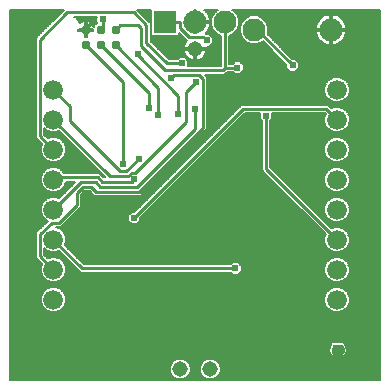
<source format=gbl>
G75*
G70*
%OFA0B0*%
%FSLAX24Y24*%
%IPPOS*%
%LPD*%
%AMOC8*
5,1,8,0,0,1.08239X$1,22.5*
%
%ADD10C,0.0660*%
%ADD11C,0.0515*%
%ADD12C,0.0310*%
%ADD13C,0.0000*%
%ADD14C,0.0001*%
%ADD15C,0.0768*%
%ADD16R,0.0760X0.0760*%
%ADD17C,0.0760*%
%ADD18C,0.0060*%
%ADD19C,0.0100*%
%ADD20C,0.0238*%
D10*
X001735Y004356D03*
X001735Y005356D03*
X001735Y006356D03*
X001735Y007356D03*
X001735Y008356D03*
X001735Y009356D03*
X001735Y010356D03*
X001735Y011356D03*
X011184Y011356D03*
X011184Y010356D03*
X011184Y009356D03*
X011184Y008356D03*
X011184Y007356D03*
X011184Y006356D03*
X011184Y005356D03*
X011184Y004356D03*
D11*
X006959Y002041D03*
X005959Y002041D03*
X006459Y012710D03*
D12*
X003808Y012856D03*
X003808Y013356D03*
X003308Y013356D03*
X003308Y012856D03*
X002808Y012856D03*
X002808Y013356D03*
D13*
X011077Y002858D02*
X011329Y002858D01*
X011361Y002858D01*
X011369Y002830D01*
X011380Y002803D01*
X011388Y002771D01*
X011400Y002744D01*
X011412Y002716D01*
X011420Y002689D01*
X011432Y002661D01*
X011420Y002637D01*
X011408Y002610D01*
X011396Y002586D01*
X011038Y002586D01*
X011030Y002610D01*
X011018Y002637D01*
X011006Y002661D01*
X011018Y002689D01*
X011026Y002716D01*
X011038Y002744D01*
X011046Y002771D01*
X011058Y002803D01*
X011069Y002830D01*
X011077Y002858D01*
D14*
X011361Y002858D01*
X011361Y002857D02*
X011077Y002857D01*
X011077Y002856D02*
X011361Y002856D01*
X011362Y002855D02*
X011076Y002855D01*
X011076Y002854D02*
X011362Y002854D01*
X011362Y002853D02*
X011076Y002853D01*
X011075Y002852D02*
X011362Y002852D01*
X011363Y002851D02*
X011075Y002851D01*
X011075Y002850D02*
X011363Y002850D01*
X011363Y002849D02*
X011075Y002849D01*
X011074Y002848D02*
X011364Y002848D01*
X011364Y002847D02*
X011074Y002847D01*
X011074Y002846D02*
X011364Y002846D01*
X011364Y002845D02*
X011073Y002845D01*
X011073Y002844D02*
X011365Y002844D01*
X011365Y002843D02*
X011073Y002843D01*
X011073Y002842D02*
X011365Y002842D01*
X011366Y002841D02*
X011072Y002841D01*
X011072Y002840D02*
X011366Y002840D01*
X011366Y002839D02*
X011072Y002839D01*
X011071Y002838D02*
X011366Y002838D01*
X011367Y002837D02*
X011071Y002837D01*
X011071Y002836D02*
X011367Y002836D01*
X011367Y002835D02*
X011071Y002835D01*
X011070Y002834D02*
X011368Y002834D01*
X011368Y002833D02*
X011070Y002833D01*
X011070Y002832D02*
X011368Y002832D01*
X011368Y002831D02*
X011069Y002831D01*
X011069Y002830D02*
X011369Y002830D01*
X011369Y002829D02*
X011069Y002829D01*
X011068Y002828D02*
X011370Y002828D01*
X011370Y002827D02*
X011068Y002827D01*
X011067Y002826D02*
X011371Y002826D01*
X011371Y002825D02*
X011067Y002825D01*
X011067Y002824D02*
X011371Y002824D01*
X011372Y002823D02*
X011066Y002823D01*
X011066Y002822D02*
X011372Y002822D01*
X011373Y002821D02*
X011065Y002821D01*
X011065Y002820D02*
X011373Y002820D01*
X011374Y002819D02*
X011064Y002819D01*
X011064Y002818D02*
X011374Y002818D01*
X011374Y002817D02*
X011064Y002817D01*
X011063Y002816D02*
X011375Y002816D01*
X011375Y002815D02*
X011063Y002815D01*
X011062Y002814D02*
X011376Y002814D01*
X011376Y002813D02*
X011062Y002813D01*
X011061Y002812D02*
X011377Y002812D01*
X011377Y002811D02*
X011061Y002811D01*
X011061Y002810D02*
X011377Y002810D01*
X011378Y002809D02*
X011060Y002809D01*
X011060Y002808D02*
X011378Y002808D01*
X011379Y002807D02*
X011059Y002807D01*
X011059Y002806D02*
X011379Y002806D01*
X011380Y002805D02*
X011058Y002805D01*
X011058Y002804D02*
X011380Y002804D01*
X011380Y002803D02*
X011058Y002803D01*
X011057Y002802D02*
X011381Y002802D01*
X011381Y002801D02*
X011057Y002801D01*
X011056Y002800D02*
X011381Y002800D01*
X011381Y002799D02*
X011056Y002799D01*
X011056Y002798D02*
X011382Y002798D01*
X011382Y002797D02*
X011055Y002797D01*
X011055Y002796D02*
X011382Y002796D01*
X011382Y002795D02*
X011055Y002795D01*
X011054Y002794D02*
X011383Y002794D01*
X011383Y002793D02*
X011054Y002793D01*
X011053Y002792D02*
X011383Y002792D01*
X011383Y002791D02*
X011053Y002791D01*
X011053Y002790D02*
X011384Y002790D01*
X011384Y002789D02*
X011052Y002789D01*
X011052Y002788D02*
X011384Y002788D01*
X011384Y002787D02*
X011052Y002787D01*
X011051Y002786D02*
X011385Y002786D01*
X011385Y002785D02*
X011051Y002785D01*
X011050Y002784D02*
X011385Y002784D01*
X011385Y002783D02*
X011050Y002783D01*
X011050Y002782D02*
X011386Y002782D01*
X011386Y002781D02*
X011049Y002781D01*
X011049Y002780D02*
X011386Y002780D01*
X011386Y002779D02*
X011049Y002779D01*
X011048Y002778D02*
X011387Y002778D01*
X011387Y002777D02*
X011048Y002777D01*
X011047Y002776D02*
X011387Y002776D01*
X011387Y002775D02*
X011047Y002775D01*
X011047Y002774D02*
X011388Y002774D01*
X011388Y002773D02*
X011046Y002773D01*
X011046Y002772D02*
X011388Y002772D01*
X011388Y002771D02*
X011046Y002771D01*
X011045Y002770D02*
X011389Y002770D01*
X011389Y002769D02*
X011045Y002769D01*
X011045Y002768D02*
X011390Y002768D01*
X011390Y002767D02*
X011044Y002767D01*
X011044Y002766D02*
X011391Y002766D01*
X011391Y002765D02*
X011044Y002765D01*
X011044Y002764D02*
X011391Y002764D01*
X011392Y002763D02*
X011043Y002763D01*
X011043Y002762D02*
X011392Y002762D01*
X011393Y002761D02*
X011043Y002761D01*
X011042Y002760D02*
X011393Y002760D01*
X011394Y002759D02*
X011042Y002759D01*
X011042Y002758D02*
X011394Y002758D01*
X011394Y002757D02*
X011042Y002757D01*
X011041Y002756D02*
X011395Y002756D01*
X011395Y002755D02*
X011041Y002755D01*
X011041Y002754D02*
X011396Y002754D01*
X011396Y002753D02*
X011040Y002753D01*
X011040Y002752D02*
X011397Y002752D01*
X011397Y002751D02*
X011040Y002751D01*
X011040Y002750D02*
X011397Y002750D01*
X011398Y002749D02*
X011039Y002749D01*
X011039Y002748D02*
X011398Y002748D01*
X011399Y002747D02*
X011039Y002747D01*
X011038Y002746D02*
X011399Y002746D01*
X011400Y002745D02*
X011038Y002745D01*
X011038Y002744D02*
X011400Y002744D01*
X011400Y002743D02*
X011037Y002743D01*
X011037Y002742D02*
X011401Y002742D01*
X011401Y002741D02*
X011037Y002741D01*
X011036Y002740D02*
X011402Y002740D01*
X011402Y002739D02*
X011036Y002739D01*
X011035Y002738D02*
X011403Y002738D01*
X011403Y002737D02*
X011035Y002737D01*
X011034Y002736D02*
X011403Y002736D01*
X011404Y002735D02*
X011034Y002735D01*
X011034Y002734D02*
X011404Y002734D01*
X011405Y002733D02*
X011033Y002733D01*
X011033Y002732D02*
X011405Y002732D01*
X011406Y002731D02*
X011032Y002731D01*
X011032Y002730D02*
X011406Y002730D01*
X011406Y002729D02*
X011031Y002729D01*
X011031Y002728D02*
X011407Y002728D01*
X011407Y002727D02*
X011031Y002727D01*
X011030Y002726D02*
X011408Y002726D01*
X011408Y002725D02*
X011030Y002725D01*
X011029Y002724D02*
X011409Y002724D01*
X011409Y002723D02*
X011029Y002723D01*
X011029Y002722D02*
X011409Y002722D01*
X011410Y002721D02*
X011028Y002721D01*
X011028Y002720D02*
X011410Y002720D01*
X011411Y002719D02*
X011027Y002719D01*
X011027Y002718D02*
X011411Y002718D01*
X011412Y002717D02*
X011026Y002717D01*
X011026Y002716D02*
X011412Y002716D01*
X011412Y002715D02*
X011026Y002715D01*
X011025Y002714D02*
X011413Y002714D01*
X011413Y002713D02*
X011025Y002713D01*
X011025Y002712D02*
X011413Y002712D01*
X011413Y002711D02*
X011025Y002711D01*
X011024Y002710D02*
X011414Y002710D01*
X011414Y002709D02*
X011024Y002709D01*
X011024Y002708D02*
X011414Y002708D01*
X011415Y002707D02*
X011023Y002707D01*
X011023Y002706D02*
X011415Y002706D01*
X011415Y002705D02*
X011023Y002705D01*
X011023Y002704D02*
X011415Y002704D01*
X011416Y002703D02*
X011022Y002703D01*
X011022Y002702D02*
X011416Y002702D01*
X011416Y002701D02*
X011022Y002701D01*
X011021Y002700D02*
X011417Y002700D01*
X011417Y002699D02*
X011021Y002699D01*
X011021Y002698D02*
X011417Y002698D01*
X011417Y002697D02*
X011021Y002697D01*
X011020Y002696D02*
X011418Y002696D01*
X011418Y002695D02*
X011020Y002695D01*
X011020Y002694D02*
X011418Y002694D01*
X011419Y002693D02*
X011019Y002693D01*
X011019Y002692D02*
X011419Y002692D01*
X011419Y002691D02*
X011019Y002691D01*
X011019Y002690D02*
X011419Y002690D01*
X011420Y002689D02*
X011018Y002689D01*
X011018Y002688D02*
X011420Y002688D01*
X011421Y002687D02*
X011017Y002687D01*
X011017Y002686D02*
X011421Y002686D01*
X011421Y002685D02*
X011017Y002685D01*
X011016Y002684D02*
X011422Y002684D01*
X011422Y002683D02*
X011016Y002683D01*
X011015Y002682D02*
X011423Y002682D01*
X011423Y002681D02*
X011015Y002681D01*
X011014Y002680D02*
X011424Y002680D01*
X011424Y002679D02*
X011014Y002679D01*
X011014Y002678D02*
X011424Y002678D01*
X011425Y002677D02*
X011013Y002677D01*
X011013Y002676D02*
X011425Y002676D01*
X011426Y002675D02*
X011012Y002675D01*
X011012Y002674D02*
X011426Y002674D01*
X011427Y002673D02*
X011011Y002673D01*
X011011Y002672D02*
X011427Y002672D01*
X011427Y002671D02*
X011011Y002671D01*
X011010Y002670D02*
X011428Y002670D01*
X011428Y002669D02*
X011010Y002669D01*
X011009Y002668D02*
X011429Y002668D01*
X011429Y002667D02*
X011009Y002667D01*
X011008Y002666D02*
X011430Y002666D01*
X011430Y002665D02*
X011008Y002665D01*
X011008Y002664D02*
X011430Y002664D01*
X011431Y002663D02*
X011007Y002663D01*
X011007Y002662D02*
X011431Y002662D01*
X011432Y002661D02*
X011006Y002661D01*
X011007Y002660D02*
X011431Y002660D01*
X011431Y002659D02*
X011007Y002659D01*
X011008Y002658D02*
X011430Y002658D01*
X011430Y002657D02*
X011008Y002657D01*
X011009Y002656D02*
X011429Y002656D01*
X011429Y002655D02*
X011009Y002655D01*
X011010Y002654D02*
X011428Y002654D01*
X011428Y002653D02*
X011010Y002653D01*
X011011Y002652D02*
X011427Y002652D01*
X011427Y002651D02*
X011011Y002651D01*
X011012Y002650D02*
X011426Y002650D01*
X011426Y002649D02*
X011012Y002649D01*
X011013Y002648D02*
X011425Y002648D01*
X011425Y002647D02*
X011013Y002647D01*
X011014Y002646D02*
X011424Y002646D01*
X011424Y002645D02*
X011014Y002645D01*
X011015Y002644D02*
X011423Y002644D01*
X011423Y002643D02*
X011015Y002643D01*
X011016Y002642D02*
X011422Y002642D01*
X011422Y002641D02*
X011016Y002641D01*
X011017Y002640D02*
X011421Y002640D01*
X011421Y002639D02*
X011017Y002639D01*
X011018Y002638D02*
X011420Y002638D01*
X011420Y002637D02*
X011018Y002637D01*
X011019Y002636D02*
X011419Y002636D01*
X011419Y002635D02*
X011019Y002635D01*
X011020Y002634D02*
X011418Y002634D01*
X011418Y002633D02*
X011020Y002633D01*
X011021Y002632D02*
X011417Y002632D01*
X011417Y002631D02*
X011021Y002631D01*
X011021Y002630D02*
X011417Y002630D01*
X011416Y002629D02*
X011022Y002629D01*
X011022Y002628D02*
X011416Y002628D01*
X011415Y002627D02*
X011023Y002627D01*
X011023Y002626D02*
X011415Y002626D01*
X011414Y002625D02*
X011024Y002625D01*
X011024Y002624D02*
X011414Y002624D01*
X011414Y002623D02*
X011024Y002623D01*
X011025Y002622D02*
X011413Y002622D01*
X011413Y002621D02*
X011025Y002621D01*
X011026Y002620D02*
X011412Y002620D01*
X011412Y002619D02*
X011026Y002619D01*
X011027Y002618D02*
X011411Y002618D01*
X011411Y002617D02*
X011027Y002617D01*
X011027Y002616D02*
X011411Y002616D01*
X011410Y002615D02*
X011028Y002615D01*
X011028Y002614D02*
X011410Y002614D01*
X011409Y002613D02*
X011029Y002613D01*
X011029Y002612D02*
X011409Y002612D01*
X011408Y002611D02*
X011030Y002611D01*
X011030Y002610D02*
X011408Y002610D01*
X011408Y002609D02*
X011030Y002609D01*
X011031Y002608D02*
X011407Y002608D01*
X011407Y002607D02*
X011031Y002607D01*
X011031Y002606D02*
X011406Y002606D01*
X011406Y002605D02*
X011032Y002605D01*
X011032Y002604D02*
X011405Y002604D01*
X011405Y002603D02*
X011032Y002603D01*
X011033Y002602D02*
X011404Y002602D01*
X011404Y002601D02*
X011033Y002601D01*
X011033Y002600D02*
X011403Y002600D01*
X011403Y002599D02*
X011034Y002599D01*
X011034Y002598D02*
X011402Y002598D01*
X011402Y002597D02*
X011034Y002597D01*
X011035Y002596D02*
X011401Y002596D01*
X011401Y002595D02*
X011035Y002595D01*
X011035Y002594D02*
X011400Y002594D01*
X011400Y002593D02*
X011036Y002593D01*
X011036Y002592D02*
X011399Y002592D01*
X011399Y002591D02*
X011036Y002591D01*
X011037Y002590D02*
X011398Y002590D01*
X011398Y002589D02*
X011037Y002589D01*
X011037Y002588D02*
X011397Y002588D01*
X011397Y002587D02*
X011038Y002587D01*
D15*
X010989Y013356D03*
X008430Y013356D03*
D16*
X005459Y013606D03*
D17*
X006459Y013606D03*
X007459Y013606D03*
D18*
X000294Y014021D02*
X000294Y001683D01*
X012632Y001683D01*
X012632Y014021D01*
X007685Y014021D01*
X007725Y014004D01*
X007858Y013872D01*
X007929Y013699D01*
X007929Y013512D01*
X007858Y013340D01*
X007725Y013207D01*
X007599Y013155D01*
X007599Y012226D01*
X007706Y012226D01*
X007775Y012295D01*
X007949Y012295D01*
X008071Y012173D01*
X008071Y012000D01*
X007949Y011877D01*
X007775Y011877D01*
X007706Y011946D01*
X007517Y011946D01*
X007429Y011858D01*
X006772Y011858D01*
X006782Y011847D01*
X006864Y011765D01*
X006864Y010028D01*
X004730Y007894D01*
X004648Y007812D01*
X003091Y007812D01*
X002941Y007962D01*
X002765Y007962D01*
X002646Y007843D01*
X002646Y007442D01*
X002062Y006858D01*
X001980Y006776D01*
X001818Y006776D01*
X001973Y006712D01*
X002091Y006594D01*
X002155Y006439D01*
X002155Y006272D01*
X002114Y006174D01*
X002754Y005534D01*
X007643Y005534D01*
X007713Y005604D01*
X007886Y005604D01*
X008008Y005481D01*
X008008Y005308D01*
X007886Y005185D01*
X007713Y005185D01*
X007643Y005254D01*
X002638Y005254D01*
X001916Y005976D01*
X001818Y005936D01*
X001651Y005936D01*
X001497Y006000D01*
X001433Y006063D01*
X001433Y005855D01*
X001553Y005735D01*
X001651Y005776D01*
X001818Y005776D01*
X001973Y005712D01*
X002091Y005594D01*
X002155Y005439D01*
X002155Y005272D01*
X002091Y005118D01*
X001973Y005000D01*
X001818Y004936D01*
X001651Y004936D01*
X001497Y005000D01*
X001379Y005118D01*
X001315Y005272D01*
X001315Y005439D01*
X001355Y005537D01*
X001153Y005739D01*
X001153Y006595D01*
X001235Y006677D01*
X001540Y006982D01*
X001497Y007000D01*
X001379Y007118D01*
X001315Y007272D01*
X001315Y007439D01*
X001379Y007594D01*
X001497Y007712D01*
X001651Y007776D01*
X001818Y007776D01*
X001916Y007735D01*
X002467Y008287D01*
X002155Y008287D01*
X002155Y008272D01*
X002091Y008118D01*
X001973Y008000D01*
X001818Y007936D01*
X001651Y007936D01*
X001497Y008000D01*
X001379Y008118D01*
X001315Y008272D01*
X001315Y008439D01*
X001379Y008594D01*
X001497Y008712D01*
X001651Y008776D01*
X001818Y008776D01*
X001973Y008712D01*
X002091Y008594D01*
X002102Y008567D01*
X003265Y008567D01*
X003347Y008485D01*
X003404Y008427D01*
X003465Y008427D01*
X001916Y009976D01*
X001818Y009936D01*
X001651Y009936D01*
X001497Y010000D01*
X001435Y010062D01*
X001435Y009854D01*
X001553Y009735D01*
X001651Y009776D01*
X001818Y009776D01*
X001973Y009712D01*
X002091Y009594D01*
X002155Y009439D01*
X002155Y009272D01*
X002091Y009118D01*
X001973Y009000D01*
X001818Y008936D01*
X001651Y008936D01*
X001497Y009000D01*
X001379Y009118D01*
X001315Y009272D01*
X001315Y009439D01*
X001355Y009537D01*
X001155Y009738D01*
X001155Y012933D01*
X001154Y012963D01*
X001152Y012965D01*
X001152Y013021D01*
X001150Y013077D01*
X001152Y013079D01*
X001152Y013081D01*
X001191Y013121D01*
X001229Y013161D01*
X001232Y013161D01*
X002092Y014021D01*
X000294Y014021D01*
X000294Y014008D02*
X002079Y014008D01*
X002020Y013949D02*
X000294Y013949D01*
X000294Y013891D02*
X001962Y013891D01*
X001903Y013832D02*
X000294Y013832D01*
X000294Y013774D02*
X001845Y013774D01*
X001786Y013715D02*
X000294Y013715D01*
X000294Y013657D02*
X001728Y013657D01*
X001669Y013598D02*
X000294Y013598D01*
X000294Y013540D02*
X001611Y013540D01*
X001552Y013481D02*
X000294Y013481D01*
X000294Y013423D02*
X001494Y013423D01*
X001435Y013364D02*
X000294Y013364D01*
X000294Y013306D02*
X001377Y013306D01*
X001318Y013247D02*
X000294Y013247D01*
X000294Y013189D02*
X001260Y013189D01*
X001200Y013130D02*
X000294Y013130D01*
X000294Y013072D02*
X001150Y013072D01*
X001152Y013013D02*
X000294Y013013D01*
X000294Y012955D02*
X001154Y012955D01*
X001155Y012896D02*
X000294Y012896D01*
X000294Y012838D02*
X001155Y012838D01*
X001155Y012779D02*
X000294Y012779D01*
X000294Y012721D02*
X001155Y012721D01*
X001155Y012662D02*
X000294Y012662D01*
X000294Y012604D02*
X001155Y012604D01*
X001155Y012545D02*
X000294Y012545D01*
X000294Y012487D02*
X001155Y012487D01*
X001155Y012428D02*
X000294Y012428D01*
X000294Y012370D02*
X001155Y012370D01*
X001155Y012311D02*
X000294Y012311D01*
X000294Y012253D02*
X001155Y012253D01*
X001155Y012194D02*
X000294Y012194D01*
X000294Y012136D02*
X001155Y012136D01*
X001155Y012077D02*
X000294Y012077D01*
X000294Y012019D02*
X001155Y012019D01*
X001155Y011960D02*
X000294Y011960D01*
X000294Y011902D02*
X001155Y011902D01*
X001155Y011843D02*
X000294Y011843D01*
X000294Y011785D02*
X001155Y011785D01*
X001155Y011726D02*
X000294Y011726D01*
X000294Y011668D02*
X001155Y011668D01*
X001155Y011609D02*
X000294Y011609D01*
X000294Y011551D02*
X001155Y011551D01*
X001155Y011492D02*
X000294Y011492D01*
X000294Y011434D02*
X001155Y011434D01*
X001155Y011375D02*
X000294Y011375D01*
X000294Y011317D02*
X001155Y011317D01*
X001155Y011258D02*
X000294Y011258D01*
X000294Y011200D02*
X001155Y011200D01*
X001155Y011141D02*
X000294Y011141D01*
X000294Y011083D02*
X001155Y011083D01*
X001155Y011024D02*
X000294Y011024D01*
X000294Y010966D02*
X001155Y010966D01*
X001155Y010907D02*
X000294Y010907D01*
X000294Y010849D02*
X001155Y010849D01*
X001155Y010790D02*
X000294Y010790D01*
X000294Y010732D02*
X001155Y010732D01*
X001155Y010673D02*
X000294Y010673D01*
X000294Y010615D02*
X001155Y010615D01*
X001155Y010556D02*
X000294Y010556D01*
X000294Y010498D02*
X001155Y010498D01*
X001155Y010439D02*
X000294Y010439D01*
X000294Y010381D02*
X001155Y010381D01*
X001155Y010322D02*
X000294Y010322D01*
X000294Y010264D02*
X001155Y010264D01*
X001155Y010205D02*
X000294Y010205D01*
X000294Y010147D02*
X001155Y010147D01*
X001155Y010088D02*
X000294Y010088D01*
X000294Y010030D02*
X001155Y010030D01*
X001155Y009971D02*
X000294Y009971D01*
X000294Y009913D02*
X001155Y009913D01*
X001155Y009854D02*
X000294Y009854D01*
X000294Y009796D02*
X001155Y009796D01*
X001155Y009737D02*
X000294Y009737D01*
X000294Y009679D02*
X001214Y009679D01*
X001272Y009620D02*
X000294Y009620D01*
X000294Y009562D02*
X001331Y009562D01*
X001341Y009503D02*
X000294Y009503D01*
X000294Y009445D02*
X001317Y009445D01*
X001315Y009386D02*
X000294Y009386D01*
X000294Y009328D02*
X001315Y009328D01*
X001316Y009269D02*
X000294Y009269D01*
X000294Y009211D02*
X001340Y009211D01*
X001364Y009152D02*
X000294Y009152D01*
X000294Y009094D02*
X001403Y009094D01*
X001461Y009035D02*
X000294Y009035D01*
X000294Y008977D02*
X001552Y008977D01*
X001572Y008743D02*
X000294Y008743D01*
X000294Y008801D02*
X003091Y008801D01*
X003150Y008743D02*
X001898Y008743D01*
X002000Y008684D02*
X003208Y008684D01*
X003267Y008626D02*
X002059Y008626D01*
X002102Y008567D02*
X003325Y008567D01*
X003322Y008509D02*
X003384Y008509D01*
X003381Y008450D02*
X003442Y008450D01*
X003033Y008860D02*
X000294Y008860D01*
X000294Y008918D02*
X002974Y008918D01*
X002916Y008977D02*
X001917Y008977D01*
X002008Y009035D02*
X002857Y009035D01*
X002799Y009094D02*
X002067Y009094D01*
X002105Y009152D02*
X002740Y009152D01*
X002682Y009211D02*
X002129Y009211D01*
X002154Y009269D02*
X002623Y009269D01*
X002565Y009328D02*
X002155Y009328D01*
X002155Y009386D02*
X002506Y009386D01*
X002448Y009445D02*
X002152Y009445D01*
X002128Y009503D02*
X002389Y009503D01*
X002331Y009562D02*
X002104Y009562D01*
X002064Y009620D02*
X002272Y009620D01*
X002214Y009679D02*
X002006Y009679D01*
X001911Y009737D02*
X002155Y009737D01*
X002097Y009796D02*
X001493Y009796D01*
X001551Y009737D02*
X001558Y009737D01*
X001435Y009854D02*
X002038Y009854D01*
X001980Y009913D02*
X001435Y009913D01*
X001435Y009971D02*
X001565Y009971D01*
X001467Y010030D02*
X001435Y010030D01*
X001904Y009971D02*
X001921Y009971D01*
X001469Y008684D02*
X000294Y008684D01*
X000294Y008626D02*
X001411Y008626D01*
X001368Y008567D02*
X000294Y008567D01*
X000294Y008509D02*
X001344Y008509D01*
X001319Y008450D02*
X000294Y008450D01*
X000294Y008392D02*
X001315Y008392D01*
X001315Y008333D02*
X000294Y008333D01*
X000294Y008275D02*
X001315Y008275D01*
X001338Y008216D02*
X000294Y008216D01*
X000294Y008158D02*
X001362Y008158D01*
X001397Y008099D02*
X000294Y008099D01*
X000294Y008041D02*
X001456Y008041D01*
X001539Y007982D02*
X000294Y007982D01*
X000294Y007924D02*
X002105Y007924D01*
X002163Y007982D02*
X001931Y007982D01*
X002014Y008041D02*
X002222Y008041D01*
X002280Y008099D02*
X002072Y008099D01*
X002107Y008158D02*
X002339Y008158D01*
X002397Y008216D02*
X002132Y008216D01*
X002155Y008275D02*
X002456Y008275D01*
X002727Y007924D02*
X002979Y007924D01*
X003037Y007865D02*
X002669Y007865D01*
X002646Y007807D02*
X004957Y007807D01*
X005016Y007865D02*
X004701Y007865D01*
X004760Y007924D02*
X005074Y007924D01*
X005133Y007982D02*
X004818Y007982D01*
X004877Y008041D02*
X005191Y008041D01*
X005250Y008099D02*
X004935Y008099D01*
X004994Y008158D02*
X005308Y008158D01*
X005367Y008216D02*
X005052Y008216D01*
X005111Y008275D02*
X005425Y008275D01*
X005484Y008333D02*
X005169Y008333D01*
X005228Y008392D02*
X005542Y008392D01*
X005601Y008450D02*
X005286Y008450D01*
X005345Y008509D02*
X005659Y008509D01*
X005718Y008567D02*
X005403Y008567D01*
X005462Y008626D02*
X005776Y008626D01*
X005835Y008684D02*
X005520Y008684D01*
X005579Y008743D02*
X005893Y008743D01*
X005952Y008801D02*
X005637Y008801D01*
X005696Y008860D02*
X006010Y008860D01*
X006069Y008918D02*
X005754Y008918D01*
X005813Y008977D02*
X006127Y008977D01*
X006186Y009035D02*
X005871Y009035D01*
X005930Y009094D02*
X006244Y009094D01*
X006303Y009152D02*
X005988Y009152D01*
X006047Y009211D02*
X006361Y009211D01*
X006420Y009269D02*
X006105Y009269D01*
X006164Y009328D02*
X006478Y009328D01*
X006537Y009386D02*
X006222Y009386D01*
X006281Y009445D02*
X006595Y009445D01*
X006654Y009503D02*
X006339Y009503D01*
X006398Y009562D02*
X006712Y009562D01*
X006771Y009620D02*
X006456Y009620D01*
X006515Y009679D02*
X006829Y009679D01*
X006888Y009737D02*
X006573Y009737D01*
X006632Y009796D02*
X006946Y009796D01*
X007005Y009854D02*
X006690Y009854D01*
X006749Y009913D02*
X007063Y009913D01*
X007122Y009971D02*
X006807Y009971D01*
X006864Y010030D02*
X007180Y010030D01*
X007239Y010088D02*
X006864Y010088D01*
X006864Y010147D02*
X007297Y010147D01*
X007356Y010205D02*
X006864Y010205D01*
X006864Y010264D02*
X007414Y010264D01*
X007473Y010322D02*
X006864Y010322D01*
X006864Y010381D02*
X007531Y010381D01*
X007590Y010439D02*
X006864Y010439D01*
X006864Y010498D02*
X007648Y010498D01*
X007707Y010556D02*
X006864Y010556D01*
X006864Y010615D02*
X007765Y010615D01*
X007824Y010673D02*
X006864Y010673D01*
X006864Y010732D02*
X007882Y010732D01*
X007910Y010760D02*
X004436Y007286D01*
X004338Y007286D01*
X004216Y007163D01*
X004216Y006990D01*
X004338Y006868D01*
X004511Y006868D01*
X004634Y006990D01*
X004634Y007088D01*
X008108Y010562D01*
X008623Y010562D01*
X008608Y010547D01*
X008608Y010374D01*
X008677Y010305D01*
X008677Y008664D01*
X008759Y008582D01*
X010804Y006537D01*
X010764Y006439D01*
X010764Y006272D01*
X010827Y006118D01*
X010946Y006000D01*
X011100Y005936D01*
X011267Y005936D01*
X011421Y006000D01*
X011540Y006118D01*
X011604Y006272D01*
X011604Y006439D01*
X011540Y006594D01*
X011421Y006712D01*
X011267Y006776D01*
X011100Y006776D01*
X011002Y006735D01*
X008957Y008780D01*
X008957Y010305D01*
X009026Y010374D01*
X009026Y010547D01*
X009011Y010562D01*
X010779Y010562D01*
X010804Y010537D01*
X010764Y010439D01*
X009026Y010439D01*
X009026Y010381D02*
X010764Y010381D01*
X010764Y010439D02*
X010764Y010272D01*
X010827Y010118D01*
X010946Y010000D01*
X011100Y009936D01*
X011267Y009936D01*
X011421Y010000D01*
X011540Y010118D01*
X011604Y010272D01*
X011604Y010439D01*
X012632Y010439D01*
X012632Y010381D02*
X011604Y010381D01*
X011604Y010439D02*
X011540Y010594D01*
X011421Y010712D01*
X011267Y010776D01*
X011100Y010776D01*
X011002Y010735D01*
X010895Y010842D01*
X007992Y010842D01*
X007910Y010760D01*
X007941Y010790D02*
X006864Y010790D01*
X006864Y010849D02*
X012632Y010849D01*
X012632Y010907D02*
X006864Y010907D01*
X006864Y010966D02*
X011027Y010966D01*
X011100Y010936D02*
X010946Y011000D01*
X010827Y011118D01*
X010764Y011272D01*
X010764Y011439D01*
X010827Y011594D01*
X010946Y011712D01*
X011100Y011776D01*
X011267Y011776D01*
X011421Y011712D01*
X011540Y011594D01*
X011604Y011439D01*
X011604Y011272D01*
X011540Y011118D01*
X011421Y011000D01*
X011267Y010936D01*
X011100Y010936D01*
X010921Y011024D02*
X006864Y011024D01*
X006864Y011083D02*
X010863Y011083D01*
X010818Y011141D02*
X006864Y011141D01*
X006864Y011200D02*
X010794Y011200D01*
X010769Y011258D02*
X006864Y011258D01*
X006864Y011317D02*
X010764Y011317D01*
X010764Y011375D02*
X006864Y011375D01*
X006864Y011434D02*
X010764Y011434D01*
X010786Y011492D02*
X006864Y011492D01*
X006864Y011551D02*
X010810Y011551D01*
X010843Y011609D02*
X006864Y011609D01*
X006864Y011668D02*
X010902Y011668D01*
X010981Y011726D02*
X006864Y011726D01*
X006844Y011785D02*
X012632Y011785D01*
X012632Y011843D02*
X006786Y011843D01*
X007313Y012138D02*
X006234Y012138D01*
X006237Y012140D01*
X006237Y012313D01*
X006114Y012436D01*
X005941Y012436D01*
X005881Y012376D01*
X005582Y012376D01*
X004975Y012983D01*
X004975Y013573D01*
X004893Y013655D01*
X004527Y014021D01*
X004989Y014021D01*
X004989Y013189D01*
X004975Y013189D01*
X004989Y013189D02*
X005042Y013136D01*
X005876Y013136D01*
X005929Y013189D01*
X005984Y013189D01*
X005929Y013189D02*
X005929Y013244D01*
X006115Y013058D01*
X006187Y012986D01*
X006158Y012957D01*
X006116Y012894D01*
X006087Y012823D01*
X006072Y012748D01*
X006072Y012740D01*
X006429Y012740D01*
X006429Y012680D01*
X006489Y012680D01*
X006489Y012323D01*
X006497Y012323D01*
X006572Y012338D01*
X006643Y012367D01*
X006706Y012409D01*
X006760Y012463D01*
X006803Y012527D01*
X006832Y012597D01*
X006847Y012672D01*
X006847Y012680D01*
X006489Y012680D01*
X006489Y012740D01*
X006847Y012740D01*
X006847Y012748D01*
X006839Y012785D01*
X006935Y012785D01*
X007057Y012908D01*
X007057Y013081D01*
X006935Y013203D01*
X006837Y013203D01*
X006808Y013233D01*
X006848Y013274D01*
X006895Y013339D01*
X006932Y013410D01*
X006957Y013486D01*
X006969Y013566D01*
X006969Y013576D01*
X006489Y013576D01*
X006489Y013256D01*
X006429Y013256D01*
X006429Y013576D01*
X006089Y013576D01*
X006089Y013636D01*
X006429Y013636D01*
X006429Y013576D01*
X006489Y013576D01*
X006489Y013636D01*
X006429Y013636D01*
X006429Y014021D01*
X006489Y014021D01*
X006489Y013636D01*
X006969Y013636D01*
X006969Y013646D01*
X006957Y013725D01*
X006932Y013802D01*
X006895Y013873D01*
X006848Y013938D01*
X006791Y013995D01*
X006755Y014021D01*
X007234Y014021D01*
X007193Y014004D01*
X007061Y013872D01*
X006989Y013699D01*
X006989Y013512D01*
X007061Y013340D01*
X007193Y013207D01*
X007319Y013155D01*
X007319Y012144D01*
X007313Y012138D01*
X007319Y012194D02*
X006237Y012194D01*
X006237Y012253D02*
X007319Y012253D01*
X007319Y012311D02*
X006237Y012311D01*
X006276Y012367D02*
X006212Y012409D01*
X006158Y012463D01*
X006116Y012527D01*
X006087Y012597D01*
X006072Y012672D01*
X006072Y012680D01*
X006429Y012680D01*
X006429Y012323D01*
X006421Y012323D01*
X006346Y012338D01*
X006276Y012367D01*
X006271Y012370D02*
X006180Y012370D01*
X006193Y012428D02*
X006122Y012428D01*
X006142Y012487D02*
X005471Y012487D01*
X005412Y012545D02*
X006108Y012545D01*
X006085Y012604D02*
X005354Y012604D01*
X005295Y012662D02*
X006074Y012662D01*
X006078Y012779D02*
X005178Y012779D01*
X005120Y012838D02*
X006093Y012838D01*
X006118Y012896D02*
X005061Y012896D01*
X005003Y012955D02*
X006157Y012955D01*
X006160Y013013D02*
X004975Y013013D01*
X004975Y013072D02*
X006101Y013072D01*
X006043Y013130D02*
X004975Y013130D01*
X004975Y013247D02*
X004989Y013247D01*
X004989Y013306D02*
X004975Y013306D01*
X004975Y013364D02*
X004989Y013364D01*
X004989Y013423D02*
X004975Y013423D01*
X004975Y013481D02*
X004989Y013481D01*
X004989Y013540D02*
X004975Y013540D01*
X004989Y013598D02*
X004950Y013598D01*
X004989Y013657D02*
X004892Y013657D01*
X004833Y013715D02*
X004989Y013715D01*
X004989Y013774D02*
X004775Y013774D01*
X004716Y013832D02*
X004989Y013832D01*
X004989Y013891D02*
X004658Y013891D01*
X004599Y013949D02*
X004989Y013949D01*
X004989Y014008D02*
X004541Y014008D01*
X003175Y013788D02*
X003170Y013784D01*
X003170Y013610D01*
X003203Y013578D01*
X003169Y013564D01*
X003100Y013495D01*
X003079Y013445D01*
X003060Y013491D01*
X003029Y013538D01*
X002989Y013577D01*
X002943Y013608D01*
X002891Y013630D01*
X002838Y013641D01*
X002838Y013386D01*
X003063Y013386D01*
X003063Y013326D01*
X002838Y013326D01*
X002838Y013386D01*
X002778Y013386D01*
X002778Y013641D01*
X002724Y013630D01*
X002673Y013608D01*
X002626Y013577D01*
X002613Y013564D01*
X002613Y013567D01*
X002566Y013679D01*
X002480Y013764D01*
X002423Y013788D01*
X003175Y013788D01*
X003170Y013774D02*
X002457Y013774D01*
X002529Y013715D02*
X003170Y013715D01*
X003170Y013657D02*
X002575Y013657D01*
X002599Y013598D02*
X002658Y013598D01*
X002778Y013598D02*
X002838Y013598D01*
X002838Y013540D02*
X002778Y013540D01*
X002778Y013481D02*
X002838Y013481D01*
X002838Y013423D02*
X002778Y013423D01*
X002778Y013386D02*
X002588Y013386D01*
X002566Y013333D01*
X002559Y013326D01*
X002778Y013326D01*
X002778Y013101D01*
X002838Y013101D01*
X002838Y013326D01*
X002778Y013326D01*
X002778Y013386D01*
X002778Y013364D02*
X002579Y013364D01*
X002778Y013306D02*
X002838Y013306D01*
X002838Y013364D02*
X003063Y013364D01*
X003064Y013481D02*
X003094Y013481D01*
X003145Y013540D02*
X003027Y013540D01*
X002958Y013598D02*
X003182Y013598D01*
X002838Y013247D02*
X002778Y013247D01*
X002778Y013189D02*
X002838Y013189D01*
X002838Y013130D02*
X002778Y013130D01*
X005237Y012721D02*
X006429Y012721D01*
X006429Y012662D02*
X006489Y012662D01*
X006489Y012604D02*
X006429Y012604D01*
X006429Y012545D02*
X006489Y012545D01*
X006489Y012487D02*
X006429Y012487D01*
X006429Y012428D02*
X006489Y012428D01*
X006489Y012370D02*
X006429Y012370D01*
X006647Y012370D02*
X007319Y012370D01*
X007319Y012428D02*
X006725Y012428D01*
X006776Y012487D02*
X007319Y012487D01*
X007319Y012545D02*
X006810Y012545D01*
X006833Y012604D02*
X007319Y012604D01*
X007319Y012662D02*
X006845Y012662D01*
X006840Y012779D02*
X007319Y012779D01*
X007319Y012721D02*
X006489Y012721D01*
X006988Y012838D02*
X007319Y012838D01*
X007319Y012896D02*
X007046Y012896D01*
X007057Y012955D02*
X007319Y012955D01*
X007319Y013013D02*
X007057Y013013D01*
X007057Y013072D02*
X007319Y013072D01*
X007319Y013130D02*
X007008Y013130D01*
X006949Y013189D02*
X007238Y013189D01*
X007153Y013247D02*
X006822Y013247D01*
X006872Y013306D02*
X007094Y013306D01*
X007050Y013364D02*
X006909Y013364D01*
X006936Y013423D02*
X007026Y013423D01*
X007002Y013481D02*
X006955Y013481D01*
X006965Y013540D02*
X006989Y013540D01*
X006989Y013598D02*
X006489Y013598D01*
X006489Y013540D02*
X006429Y013540D01*
X006429Y013598D02*
X006089Y013598D01*
X006429Y013657D02*
X006489Y013657D01*
X006489Y013715D02*
X006429Y013715D01*
X006429Y013774D02*
X006489Y013774D01*
X006489Y013832D02*
X006429Y013832D01*
X006429Y013891D02*
X006489Y013891D01*
X006489Y013949D02*
X006429Y013949D01*
X006429Y014008D02*
X006489Y014008D01*
X006773Y014008D02*
X007202Y014008D01*
X007138Y013949D02*
X006837Y013949D01*
X006882Y013891D02*
X007080Y013891D01*
X007044Y013832D02*
X006916Y013832D01*
X006941Y013774D02*
X007020Y013774D01*
X006996Y013715D02*
X006958Y013715D01*
X006967Y013657D02*
X006989Y013657D01*
X006489Y013481D02*
X006429Y013481D01*
X006429Y013423D02*
X006489Y013423D01*
X006489Y013364D02*
X006429Y013364D01*
X006429Y013306D02*
X006489Y013306D01*
X005934Y012428D02*
X005529Y012428D01*
X007473Y011902D02*
X007751Y011902D01*
X007973Y011902D02*
X012632Y011902D01*
X012632Y011960D02*
X009797Y011960D01*
X009796Y011959D02*
X009918Y012082D01*
X009918Y012255D01*
X009796Y012378D01*
X009698Y012378D01*
X008877Y013198D01*
X008903Y013262D01*
X008903Y013450D01*
X008831Y013624D01*
X008698Y013758D01*
X008524Y013830D01*
X008335Y013830D01*
X008161Y013758D01*
X008028Y013624D01*
X007956Y013450D01*
X007956Y013262D01*
X008028Y013087D01*
X008161Y012954D01*
X008335Y012882D01*
X008524Y012882D01*
X008698Y012954D01*
X008712Y012968D01*
X009500Y012180D01*
X009500Y012082D01*
X009623Y011959D01*
X009796Y011959D01*
X009855Y012019D02*
X012632Y012019D01*
X012632Y012077D02*
X009914Y012077D01*
X009918Y012136D02*
X012632Y012136D01*
X012632Y012194D02*
X009918Y012194D01*
X009918Y012253D02*
X012632Y012253D01*
X012632Y012311D02*
X009862Y012311D01*
X009803Y012370D02*
X012632Y012370D01*
X012632Y012428D02*
X009647Y012428D01*
X009589Y012487D02*
X012632Y012487D01*
X012632Y012545D02*
X009530Y012545D01*
X009472Y012604D02*
X012632Y012604D01*
X012632Y012662D02*
X009413Y012662D01*
X009355Y012721D02*
X012632Y012721D01*
X012632Y012779D02*
X009296Y012779D01*
X009238Y012838D02*
X012632Y012838D01*
X012632Y012896D02*
X011219Y012896D01*
X011186Y012880D02*
X011258Y012916D01*
X011323Y012964D01*
X011381Y013021D01*
X011428Y013087D01*
X011465Y013159D01*
X011490Y013236D01*
X011503Y013315D01*
X011503Y013326D01*
X011019Y013326D01*
X011019Y013386D01*
X011503Y013386D01*
X011503Y013396D01*
X011490Y013476D01*
X011465Y013553D01*
X011428Y013625D01*
X011381Y013691D01*
X011323Y013748D01*
X011258Y013795D01*
X011186Y013832D01*
X011109Y013857D01*
X011029Y013870D01*
X011019Y013870D01*
X011019Y013386D01*
X010959Y013386D01*
X010959Y013870D01*
X010948Y013870D01*
X010868Y013857D01*
X010791Y013832D01*
X010719Y013795D01*
X010654Y013748D01*
X010597Y013691D01*
X010549Y013625D01*
X010512Y013553D01*
X010487Y013476D01*
X010475Y013396D01*
X010475Y013386D01*
X010959Y013386D01*
X010959Y013326D01*
X011019Y013326D01*
X011019Y012842D01*
X011029Y012842D01*
X011109Y012855D01*
X011186Y012880D01*
X011311Y012955D02*
X012632Y012955D01*
X012632Y013013D02*
X011373Y013013D01*
X011418Y013072D02*
X012632Y013072D01*
X012632Y013130D02*
X011451Y013130D01*
X011475Y013189D02*
X012632Y013189D01*
X012632Y013247D02*
X011492Y013247D01*
X011501Y013306D02*
X012632Y013306D01*
X012632Y013364D02*
X011019Y013364D01*
X011019Y013306D02*
X010959Y013306D01*
X010959Y013326D02*
X010959Y012842D01*
X010948Y012842D01*
X010868Y012855D01*
X010791Y012880D01*
X010719Y012916D01*
X010654Y012964D01*
X010597Y013021D01*
X010549Y013087D01*
X010512Y013159D01*
X010487Y013236D01*
X010475Y013315D01*
X010475Y013326D01*
X010959Y013326D01*
X010959Y013364D02*
X008903Y013364D01*
X008903Y013306D02*
X010476Y013306D01*
X010486Y013247D02*
X008898Y013247D01*
X008887Y013189D02*
X010503Y013189D01*
X010527Y013130D02*
X008945Y013130D01*
X009004Y013072D02*
X010560Y013072D01*
X010604Y013013D02*
X009062Y013013D01*
X009121Y012955D02*
X010666Y012955D01*
X010759Y012896D02*
X009179Y012896D01*
X008959Y012721D02*
X007599Y012721D01*
X007599Y012779D02*
X008900Y012779D01*
X008842Y012838D02*
X007599Y012838D01*
X007599Y012896D02*
X008301Y012896D01*
X008160Y012955D02*
X007599Y012955D01*
X007599Y013013D02*
X008102Y013013D01*
X008043Y013072D02*
X007599Y013072D01*
X007599Y013130D02*
X008010Y013130D01*
X007986Y013189D02*
X007681Y013189D01*
X007765Y013247D02*
X007962Y013247D01*
X007956Y013306D02*
X007824Y013306D01*
X007868Y013364D02*
X007956Y013364D01*
X007956Y013423D02*
X007892Y013423D01*
X007916Y013481D02*
X007969Y013481D01*
X007993Y013540D02*
X007929Y013540D01*
X007929Y013598D02*
X008017Y013598D01*
X008061Y013657D02*
X007929Y013657D01*
X007922Y013715D02*
X008119Y013715D01*
X008201Y013774D02*
X007898Y013774D01*
X007874Y013832D02*
X010792Y013832D01*
X010690Y013774D02*
X008659Y013774D01*
X008740Y013715D02*
X010622Y013715D01*
X010572Y013657D02*
X008799Y013657D01*
X008842Y013598D02*
X010536Y013598D01*
X010508Y013540D02*
X008866Y013540D01*
X008891Y013481D02*
X010489Y013481D01*
X010479Y013423D02*
X008903Y013423D01*
X008725Y012955D02*
X008699Y012955D01*
X008783Y012896D02*
X008559Y012896D01*
X009017Y012662D02*
X007599Y012662D01*
X007599Y012604D02*
X009076Y012604D01*
X009134Y012545D02*
X007599Y012545D01*
X007599Y012487D02*
X009193Y012487D01*
X009251Y012428D02*
X007599Y012428D01*
X007599Y012370D02*
X009310Y012370D01*
X009368Y012311D02*
X007599Y012311D01*
X007599Y012253D02*
X007733Y012253D01*
X007991Y012253D02*
X009427Y012253D01*
X009485Y012194D02*
X008050Y012194D01*
X008071Y012136D02*
X009500Y012136D01*
X009505Y012077D02*
X008071Y012077D01*
X008071Y012019D02*
X009563Y012019D01*
X009622Y011960D02*
X008032Y011960D01*
X008103Y010556D02*
X008617Y010556D01*
X008608Y010498D02*
X008044Y010498D01*
X007986Y010439D02*
X008608Y010439D01*
X008608Y010381D02*
X007927Y010381D01*
X007869Y010322D02*
X008659Y010322D01*
X008677Y010264D02*
X007810Y010264D01*
X007752Y010205D02*
X008677Y010205D01*
X008677Y010147D02*
X007693Y010147D01*
X007635Y010088D02*
X008677Y010088D01*
X008677Y010030D02*
X007576Y010030D01*
X007518Y009971D02*
X008677Y009971D01*
X008677Y009913D02*
X007459Y009913D01*
X007401Y009854D02*
X008677Y009854D01*
X008677Y009796D02*
X007342Y009796D01*
X007284Y009737D02*
X008677Y009737D01*
X008677Y009679D02*
X007225Y009679D01*
X007167Y009620D02*
X008677Y009620D01*
X008677Y009562D02*
X007108Y009562D01*
X007050Y009503D02*
X008677Y009503D01*
X008677Y009445D02*
X006991Y009445D01*
X006933Y009386D02*
X008677Y009386D01*
X008677Y009328D02*
X006874Y009328D01*
X006816Y009269D02*
X008677Y009269D01*
X008677Y009211D02*
X006757Y009211D01*
X006699Y009152D02*
X008677Y009152D01*
X008677Y009094D02*
X006640Y009094D01*
X006582Y009035D02*
X008677Y009035D01*
X008677Y008977D02*
X006523Y008977D01*
X006465Y008918D02*
X008677Y008918D01*
X008677Y008860D02*
X006406Y008860D01*
X006348Y008801D02*
X008677Y008801D01*
X008677Y008743D02*
X006289Y008743D01*
X006231Y008684D02*
X008677Y008684D01*
X008716Y008626D02*
X006172Y008626D01*
X006114Y008567D02*
X008774Y008567D01*
X008833Y008509D02*
X006055Y008509D01*
X005997Y008450D02*
X008891Y008450D01*
X008950Y008392D02*
X005938Y008392D01*
X005880Y008333D02*
X009008Y008333D01*
X009067Y008275D02*
X005821Y008275D01*
X005763Y008216D02*
X009125Y008216D01*
X009184Y008158D02*
X005704Y008158D01*
X005646Y008099D02*
X009242Y008099D01*
X009301Y008041D02*
X005587Y008041D01*
X005529Y007982D02*
X009359Y007982D01*
X009418Y007924D02*
X005470Y007924D01*
X005412Y007865D02*
X009476Y007865D01*
X009535Y007807D02*
X005353Y007807D01*
X005295Y007748D02*
X009593Y007748D01*
X009652Y007690D02*
X005236Y007690D01*
X005178Y007631D02*
X009710Y007631D01*
X009769Y007573D02*
X005119Y007573D01*
X005061Y007514D02*
X009827Y007514D01*
X009886Y007456D02*
X005002Y007456D01*
X004944Y007397D02*
X009944Y007397D01*
X010003Y007339D02*
X004885Y007339D01*
X004827Y007280D02*
X010061Y007280D01*
X010120Y007222D02*
X004768Y007222D01*
X004710Y007163D02*
X010178Y007163D01*
X010237Y007105D02*
X004651Y007105D01*
X004634Y007046D02*
X010295Y007046D01*
X010354Y006988D02*
X004632Y006988D01*
X004573Y006929D02*
X010412Y006929D01*
X010471Y006871D02*
X004515Y006871D01*
X004335Y006871D02*
X002075Y006871D01*
X002017Y006812D02*
X010529Y006812D01*
X010588Y006754D02*
X001871Y006754D01*
X001989Y006695D02*
X010646Y006695D01*
X010705Y006637D02*
X002048Y006637D01*
X002097Y006578D02*
X010763Y006578D01*
X010797Y006520D02*
X002121Y006520D01*
X002146Y006461D02*
X010773Y006461D01*
X010764Y006403D02*
X002155Y006403D01*
X002155Y006344D02*
X010764Y006344D01*
X010764Y006286D02*
X002155Y006286D01*
X002136Y006227D02*
X010782Y006227D01*
X010806Y006169D02*
X002120Y006169D01*
X002178Y006110D02*
X010835Y006110D01*
X010894Y006052D02*
X002237Y006052D01*
X002295Y005993D02*
X010961Y005993D01*
X011060Y005759D02*
X002529Y005759D01*
X002588Y005701D02*
X010935Y005701D01*
X010946Y005712D02*
X010827Y005594D01*
X010764Y005439D01*
X010764Y005272D01*
X010827Y005118D01*
X010946Y005000D01*
X011100Y004936D01*
X011267Y004936D01*
X011421Y005000D01*
X011540Y005118D01*
X011604Y005272D01*
X011604Y005439D01*
X011540Y005594D01*
X011421Y005712D01*
X011267Y005776D01*
X011100Y005776D01*
X010946Y005712D01*
X010876Y005642D02*
X002646Y005642D01*
X002705Y005584D02*
X007693Y005584D01*
X007905Y005584D02*
X010823Y005584D01*
X010799Y005525D02*
X007964Y005525D01*
X008008Y005467D02*
X010775Y005467D01*
X010764Y005408D02*
X008008Y005408D01*
X008008Y005350D02*
X010764Y005350D01*
X010764Y005291D02*
X007992Y005291D01*
X007933Y005233D02*
X010780Y005233D01*
X010804Y005174D02*
X002114Y005174D01*
X002089Y005116D02*
X010830Y005116D01*
X010888Y005057D02*
X002030Y005057D01*
X001970Y004999D02*
X010948Y004999D01*
X011089Y004940D02*
X001829Y004940D01*
X001640Y004940D02*
X000294Y004940D01*
X000294Y004882D02*
X012632Y004882D01*
X012632Y004940D02*
X011278Y004940D01*
X011419Y004999D02*
X012632Y004999D01*
X012632Y005057D02*
X011479Y005057D01*
X011538Y005116D02*
X012632Y005116D01*
X012632Y005174D02*
X011563Y005174D01*
X011587Y005233D02*
X012632Y005233D01*
X012632Y005291D02*
X011604Y005291D01*
X011604Y005350D02*
X012632Y005350D01*
X012632Y005408D02*
X011604Y005408D01*
X011592Y005467D02*
X012632Y005467D01*
X012632Y005525D02*
X011568Y005525D01*
X011544Y005584D02*
X012632Y005584D01*
X012632Y005642D02*
X011491Y005642D01*
X011433Y005701D02*
X012632Y005701D01*
X012632Y005759D02*
X011307Y005759D01*
X011406Y005993D02*
X012632Y005993D01*
X012632Y005935D02*
X002354Y005935D01*
X002412Y005876D02*
X012632Y005876D01*
X012632Y005818D02*
X002471Y005818D01*
X002250Y005642D02*
X002042Y005642D01*
X002095Y005584D02*
X002309Y005584D01*
X002367Y005525D02*
X002119Y005525D01*
X002143Y005467D02*
X002426Y005467D01*
X002484Y005408D02*
X002155Y005408D01*
X002155Y005350D02*
X002543Y005350D01*
X002601Y005291D02*
X002155Y005291D01*
X002138Y005233D02*
X007665Y005233D01*
X010165Y007573D02*
X010819Y007573D01*
X010827Y007594D02*
X010764Y007439D01*
X010764Y007272D01*
X010827Y007118D01*
X010946Y007000D01*
X011100Y006936D01*
X011267Y006936D01*
X011421Y007000D01*
X011540Y007118D01*
X011604Y007272D01*
X011604Y007439D01*
X011540Y007594D01*
X011421Y007712D01*
X011267Y007776D01*
X011100Y007776D01*
X010946Y007712D01*
X010827Y007594D01*
X010865Y007631D02*
X010106Y007631D01*
X010048Y007690D02*
X010924Y007690D01*
X011034Y007748D02*
X009989Y007748D01*
X009931Y007807D02*
X012632Y007807D01*
X012632Y007865D02*
X009872Y007865D01*
X009814Y007924D02*
X012632Y007924D01*
X012632Y007982D02*
X011379Y007982D01*
X011421Y008000D02*
X011540Y008118D01*
X011604Y008272D01*
X011604Y008439D01*
X011540Y008594D01*
X011421Y008712D01*
X011267Y008776D01*
X011100Y008776D01*
X010946Y008712D01*
X010827Y008594D01*
X010764Y008439D01*
X010764Y008272D01*
X010827Y008118D01*
X010946Y008000D01*
X011100Y007936D01*
X011267Y007936D01*
X011421Y008000D01*
X011463Y008041D02*
X012632Y008041D01*
X012632Y008099D02*
X011521Y008099D01*
X011556Y008158D02*
X012632Y008158D01*
X012632Y008216D02*
X011580Y008216D01*
X011604Y008275D02*
X012632Y008275D01*
X012632Y008333D02*
X011604Y008333D01*
X011604Y008392D02*
X012632Y008392D01*
X012632Y008450D02*
X011599Y008450D01*
X011575Y008509D02*
X012632Y008509D01*
X012632Y008567D02*
X011551Y008567D01*
X011507Y008626D02*
X012632Y008626D01*
X012632Y008684D02*
X011449Y008684D01*
X011347Y008743D02*
X012632Y008743D01*
X012632Y008801D02*
X008957Y008801D01*
X008957Y008860D02*
X012632Y008860D01*
X012632Y008918D02*
X008957Y008918D01*
X008957Y008977D02*
X011001Y008977D01*
X010946Y009000D02*
X011100Y008936D01*
X011267Y008936D01*
X011421Y009000D01*
X011540Y009118D01*
X011604Y009272D01*
X011604Y009439D01*
X011540Y009594D01*
X011421Y009712D01*
X011267Y009776D01*
X011100Y009776D01*
X010946Y009712D01*
X010827Y009594D01*
X010764Y009439D01*
X010764Y009272D01*
X010827Y009118D01*
X010946Y009000D01*
X010910Y009035D02*
X008957Y009035D01*
X008957Y009094D02*
X010852Y009094D01*
X010813Y009152D02*
X008957Y009152D01*
X008957Y009211D02*
X010789Y009211D01*
X010765Y009269D02*
X008957Y009269D01*
X008957Y009328D02*
X010764Y009328D01*
X010764Y009386D02*
X008957Y009386D01*
X008957Y009445D02*
X010766Y009445D01*
X010790Y009503D02*
X008957Y009503D01*
X008957Y009562D02*
X010814Y009562D01*
X010854Y009620D02*
X008957Y009620D01*
X008957Y009679D02*
X010913Y009679D01*
X011007Y009737D02*
X008957Y009737D01*
X008957Y009796D02*
X012632Y009796D01*
X012632Y009854D02*
X008957Y009854D01*
X008957Y009913D02*
X012632Y009913D01*
X012632Y009971D02*
X011353Y009971D01*
X011452Y010030D02*
X012632Y010030D01*
X012632Y010088D02*
X011510Y010088D01*
X011552Y010147D02*
X012632Y010147D01*
X012632Y010205D02*
X011576Y010205D01*
X011600Y010264D02*
X012632Y010264D01*
X012632Y010322D02*
X011604Y010322D01*
X011579Y010498D02*
X012632Y010498D01*
X012632Y010556D02*
X011555Y010556D01*
X011518Y010615D02*
X012632Y010615D01*
X012632Y010673D02*
X011460Y010673D01*
X011373Y010732D02*
X012632Y010732D01*
X012632Y010790D02*
X010947Y010790D01*
X010785Y010556D02*
X009017Y010556D01*
X009026Y010498D02*
X010788Y010498D01*
X010764Y010322D02*
X008975Y010322D01*
X008957Y010264D02*
X010767Y010264D01*
X010791Y010205D02*
X008957Y010205D01*
X008957Y010147D02*
X010816Y010147D01*
X010857Y010088D02*
X008957Y010088D01*
X008957Y010030D02*
X010916Y010030D01*
X011014Y009971D02*
X008957Y009971D01*
X008995Y008743D02*
X011020Y008743D01*
X010918Y008684D02*
X009053Y008684D01*
X009112Y008626D02*
X010860Y008626D01*
X010817Y008567D02*
X009170Y008567D01*
X009229Y008509D02*
X010792Y008509D01*
X010768Y008450D02*
X009287Y008450D01*
X009346Y008392D02*
X010764Y008392D01*
X010764Y008333D02*
X009404Y008333D01*
X009463Y008275D02*
X010764Y008275D01*
X010787Y008216D02*
X009521Y008216D01*
X009580Y008158D02*
X010811Y008158D01*
X010846Y008099D02*
X009638Y008099D01*
X009697Y008041D02*
X010905Y008041D01*
X010988Y007982D02*
X009755Y007982D01*
X010223Y007514D02*
X010795Y007514D01*
X010770Y007456D02*
X010282Y007456D01*
X010340Y007397D02*
X010764Y007397D01*
X010764Y007339D02*
X010399Y007339D01*
X010457Y007280D02*
X010764Y007280D01*
X010784Y007222D02*
X010516Y007222D01*
X010574Y007163D02*
X010809Y007163D01*
X010841Y007105D02*
X010633Y007105D01*
X010691Y007046D02*
X010899Y007046D01*
X010974Y006988D02*
X010750Y006988D01*
X010808Y006929D02*
X012632Y006929D01*
X012632Y006871D02*
X010867Y006871D01*
X010925Y006812D02*
X012632Y006812D01*
X012632Y006754D02*
X011320Y006754D01*
X011438Y006695D02*
X012632Y006695D01*
X012632Y006637D02*
X011497Y006637D01*
X011546Y006578D02*
X012632Y006578D01*
X012632Y006520D02*
X011570Y006520D01*
X011594Y006461D02*
X012632Y006461D01*
X012632Y006403D02*
X011604Y006403D01*
X011604Y006344D02*
X012632Y006344D01*
X012632Y006286D02*
X011604Y006286D01*
X011585Y006227D02*
X012632Y006227D01*
X012632Y006169D02*
X011561Y006169D01*
X011532Y006110D02*
X012632Y006110D01*
X012632Y006052D02*
X011474Y006052D01*
X011047Y006754D02*
X010984Y006754D01*
X011393Y006988D02*
X012632Y006988D01*
X012632Y007046D02*
X011468Y007046D01*
X011527Y007105D02*
X012632Y007105D01*
X012632Y007163D02*
X011558Y007163D01*
X011583Y007222D02*
X012632Y007222D01*
X012632Y007280D02*
X011604Y007280D01*
X011604Y007339D02*
X012632Y007339D01*
X012632Y007397D02*
X011604Y007397D01*
X011597Y007456D02*
X012632Y007456D01*
X012632Y007514D02*
X011572Y007514D01*
X011548Y007573D02*
X012632Y007573D01*
X012632Y007631D02*
X011502Y007631D01*
X011443Y007690D02*
X012632Y007690D01*
X012632Y007748D02*
X011333Y007748D01*
X011366Y008977D02*
X012632Y008977D01*
X012632Y009035D02*
X011457Y009035D01*
X011516Y009094D02*
X012632Y009094D01*
X012632Y009152D02*
X011554Y009152D01*
X011578Y009211D02*
X012632Y009211D01*
X012632Y009269D02*
X011602Y009269D01*
X011604Y009328D02*
X012632Y009328D01*
X012632Y009386D02*
X011604Y009386D01*
X011601Y009445D02*
X012632Y009445D01*
X012632Y009503D02*
X011577Y009503D01*
X011553Y009562D02*
X012632Y009562D01*
X012632Y009620D02*
X011513Y009620D01*
X011454Y009679D02*
X012632Y009679D01*
X012632Y009737D02*
X011360Y009737D01*
X011340Y010966D02*
X012632Y010966D01*
X012632Y011024D02*
X011446Y011024D01*
X011505Y011083D02*
X012632Y011083D01*
X012632Y011141D02*
X011549Y011141D01*
X011574Y011200D02*
X012632Y011200D01*
X012632Y011258D02*
X011598Y011258D01*
X011604Y011317D02*
X012632Y011317D01*
X012632Y011375D02*
X011604Y011375D01*
X011604Y011434D02*
X012632Y011434D01*
X012632Y011492D02*
X011582Y011492D01*
X011557Y011551D02*
X012632Y011551D01*
X012632Y011609D02*
X011524Y011609D01*
X011465Y011668D02*
X012632Y011668D01*
X012632Y011726D02*
X011386Y011726D01*
X011019Y012896D02*
X010959Y012896D01*
X010959Y012955D02*
X011019Y012955D01*
X011019Y013013D02*
X010959Y013013D01*
X010959Y013072D02*
X011019Y013072D01*
X011019Y013130D02*
X010959Y013130D01*
X010959Y013189D02*
X011019Y013189D01*
X011019Y013247D02*
X010959Y013247D01*
X010959Y013423D02*
X011019Y013423D01*
X011019Y013481D02*
X010959Y013481D01*
X010959Y013540D02*
X011019Y013540D01*
X011019Y013598D02*
X010959Y013598D01*
X010959Y013657D02*
X011019Y013657D01*
X011019Y013715D02*
X010959Y013715D01*
X010959Y013774D02*
X011019Y013774D01*
X011019Y013832D02*
X010959Y013832D01*
X011185Y013832D02*
X012632Y013832D01*
X012632Y013774D02*
X011288Y013774D01*
X011356Y013715D02*
X012632Y013715D01*
X012632Y013657D02*
X011405Y013657D01*
X011442Y013598D02*
X012632Y013598D01*
X012632Y013540D02*
X011469Y013540D01*
X011488Y013481D02*
X012632Y013481D01*
X012632Y013423D02*
X011498Y013423D01*
X012632Y013891D02*
X007839Y013891D01*
X007780Y013949D02*
X012632Y013949D01*
X012632Y014008D02*
X007717Y014008D01*
X002046Y007865D02*
X000294Y007865D01*
X000294Y007807D02*
X001988Y007807D01*
X001929Y007748D02*
X001885Y007748D01*
X001585Y007748D02*
X000294Y007748D01*
X000294Y007690D02*
X001475Y007690D01*
X001416Y007631D02*
X000294Y007631D01*
X000294Y007573D02*
X001370Y007573D01*
X001346Y007514D02*
X000294Y007514D01*
X000294Y007456D02*
X001322Y007456D01*
X001315Y007397D02*
X000294Y007397D01*
X000294Y007339D02*
X001315Y007339D01*
X001315Y007280D02*
X000294Y007280D01*
X000294Y007222D02*
X001336Y007222D01*
X001360Y007163D02*
X000294Y007163D01*
X000294Y007105D02*
X001392Y007105D01*
X001450Y007046D02*
X000294Y007046D01*
X000294Y006988D02*
X001526Y006988D01*
X001488Y006929D02*
X000294Y006929D01*
X000294Y006871D02*
X001429Y006871D01*
X001371Y006812D02*
X000294Y006812D01*
X000294Y006754D02*
X001312Y006754D01*
X001254Y006695D02*
X000294Y006695D01*
X000294Y006637D02*
X001195Y006637D01*
X001153Y006578D02*
X000294Y006578D01*
X000294Y006520D02*
X001153Y006520D01*
X001153Y006461D02*
X000294Y006461D01*
X000294Y006403D02*
X001153Y006403D01*
X001153Y006344D02*
X000294Y006344D01*
X000294Y006286D02*
X001153Y006286D01*
X001153Y006227D02*
X000294Y006227D01*
X000294Y006169D02*
X001153Y006169D01*
X001153Y006110D02*
X000294Y006110D01*
X000294Y006052D02*
X001153Y006052D01*
X001153Y005993D02*
X000294Y005993D01*
X000294Y005935D02*
X001153Y005935D01*
X001153Y005876D02*
X000294Y005876D01*
X000294Y005818D02*
X001153Y005818D01*
X001153Y005759D02*
X000294Y005759D01*
X000294Y005701D02*
X001192Y005701D01*
X001250Y005642D02*
X000294Y005642D01*
X000294Y005584D02*
X001309Y005584D01*
X001350Y005525D02*
X000294Y005525D01*
X000294Y005467D02*
X001326Y005467D01*
X001315Y005408D02*
X000294Y005408D01*
X000294Y005350D02*
X001315Y005350D01*
X001315Y005291D02*
X000294Y005291D01*
X000294Y005233D02*
X001331Y005233D01*
X001355Y005174D02*
X000294Y005174D01*
X000294Y005116D02*
X001381Y005116D01*
X001439Y005057D02*
X000294Y005057D01*
X000294Y004999D02*
X001499Y004999D01*
X001625Y004765D02*
X000294Y004765D01*
X000294Y004823D02*
X012632Y004823D01*
X012632Y004765D02*
X011294Y004765D01*
X011267Y004776D02*
X011100Y004776D01*
X010946Y004712D01*
X010827Y004594D01*
X010764Y004439D01*
X010764Y004272D01*
X010827Y004118D01*
X010946Y004000D01*
X011100Y003936D01*
X011267Y003936D01*
X011421Y004000D01*
X011540Y004118D01*
X011604Y004272D01*
X011604Y004439D01*
X011540Y004594D01*
X011421Y004712D01*
X011267Y004776D01*
X011427Y004706D02*
X012632Y004706D01*
X012632Y004648D02*
X011486Y004648D01*
X011541Y004589D02*
X012632Y004589D01*
X012632Y004531D02*
X011566Y004531D01*
X011590Y004472D02*
X012632Y004472D01*
X012632Y004414D02*
X011604Y004414D01*
X011604Y004355D02*
X012632Y004355D01*
X012632Y004297D02*
X011604Y004297D01*
X011589Y004238D02*
X012632Y004238D01*
X012632Y004180D02*
X011565Y004180D01*
X011541Y004121D02*
X012632Y004121D01*
X012632Y004063D02*
X011485Y004063D01*
X011426Y004004D02*
X012632Y004004D01*
X012632Y003946D02*
X011291Y003946D01*
X011076Y003946D02*
X001842Y003946D01*
X001818Y003936D02*
X001973Y004000D01*
X002091Y004118D01*
X002155Y004272D01*
X002155Y004439D01*
X002091Y004594D01*
X001973Y004712D01*
X001818Y004776D01*
X001651Y004776D01*
X001497Y004712D01*
X001379Y004594D01*
X001315Y004439D01*
X001315Y004272D01*
X001379Y004118D01*
X001497Y004000D01*
X001651Y003936D01*
X001818Y003936D01*
X001977Y004004D02*
X010941Y004004D01*
X010883Y004063D02*
X002036Y004063D01*
X002092Y004121D02*
X010826Y004121D01*
X010802Y004180D02*
X002116Y004180D01*
X002141Y004238D02*
X010778Y004238D01*
X010764Y004297D02*
X002155Y004297D01*
X002155Y004355D02*
X010764Y004355D01*
X010764Y004414D02*
X002155Y004414D01*
X002141Y004472D02*
X010777Y004472D01*
X010801Y004531D02*
X002117Y004531D01*
X002093Y004589D02*
X010826Y004589D01*
X010882Y004648D02*
X002037Y004648D01*
X001978Y004706D02*
X010940Y004706D01*
X011073Y004765D02*
X001845Y004765D01*
X001491Y004706D02*
X000294Y004706D01*
X000294Y004648D02*
X001433Y004648D01*
X001377Y004589D02*
X000294Y004589D01*
X000294Y004531D02*
X001353Y004531D01*
X001328Y004472D02*
X000294Y004472D01*
X000294Y004414D02*
X001315Y004414D01*
X001315Y004355D02*
X000294Y004355D01*
X000294Y004297D02*
X001315Y004297D01*
X001329Y004238D02*
X000294Y004238D01*
X000294Y004180D02*
X001353Y004180D01*
X001377Y004121D02*
X000294Y004121D01*
X000294Y004063D02*
X001434Y004063D01*
X001492Y004004D02*
X000294Y004004D01*
X000294Y003946D02*
X001627Y003946D01*
X000294Y003887D02*
X012632Y003887D01*
X012632Y003829D02*
X000294Y003829D01*
X000294Y003770D02*
X012632Y003770D01*
X012632Y003712D02*
X000294Y003712D01*
X000294Y003653D02*
X012632Y003653D01*
X012632Y003595D02*
X000294Y003595D01*
X000294Y003536D02*
X012632Y003536D01*
X012632Y003478D02*
X000294Y003478D01*
X000294Y003419D02*
X012632Y003419D01*
X012632Y003361D02*
X000294Y003361D01*
X000294Y003302D02*
X012632Y003302D01*
X012632Y003244D02*
X000294Y003244D01*
X000294Y003185D02*
X012632Y003185D01*
X012632Y003127D02*
X000294Y003127D01*
X000294Y003068D02*
X012632Y003068D01*
X012632Y003010D02*
X000294Y003010D01*
X000294Y002951D02*
X011060Y002951D01*
X011054Y002948D02*
X011040Y002948D01*
X011023Y002930D01*
X011001Y002918D01*
X010997Y002905D01*
X010987Y002895D01*
X010987Y002870D01*
X010986Y002869D01*
X010974Y002836D01*
X010973Y002834D01*
X010969Y002832D01*
X010964Y002813D01*
X010960Y002804D01*
X010961Y002802D01*
X010960Y002799D01*
X010952Y002778D01*
X010950Y002777D01*
X010941Y002746D01*
X010929Y002717D01*
X010930Y002715D01*
X010922Y002693D01*
X010909Y002662D01*
X010911Y002658D01*
X010909Y002654D01*
X010924Y002624D01*
X010937Y002593D01*
X010940Y002592D01*
X010946Y002578D01*
X010948Y002572D01*
X010948Y002549D01*
X010959Y002538D01*
X010964Y002522D01*
X010985Y002512D01*
X011001Y002496D01*
X011017Y002496D01*
X011031Y002489D01*
X011052Y002496D01*
X011375Y002496D01*
X011389Y002489D01*
X011411Y002496D01*
X011433Y002496D01*
X011445Y002508D01*
X011460Y002513D01*
X011470Y002533D01*
X011486Y002549D01*
X011486Y002564D01*
X011490Y002572D01*
X011500Y002592D01*
X011501Y002593D01*
X011514Y002624D01*
X011529Y002654D01*
X011527Y002658D01*
X011529Y002662D01*
X011516Y002693D01*
X011508Y002715D01*
X011509Y002717D01*
X011497Y002746D01*
X011488Y002777D01*
X011483Y002780D01*
X011475Y002797D01*
X011478Y002804D01*
X011466Y002832D01*
X011459Y002861D01*
X011452Y002864D01*
X011451Y002870D01*
X011451Y002895D01*
X011441Y002905D01*
X011437Y002918D01*
X011415Y002930D01*
X011398Y002948D01*
X011384Y002948D01*
X011372Y002955D01*
X011348Y002948D01*
X011090Y002948D01*
X011066Y002955D01*
X011054Y002948D01*
X011077Y002951D02*
X011360Y002951D01*
X011378Y002951D02*
X012632Y002951D01*
X012632Y002893D02*
X011451Y002893D01*
X011465Y002834D02*
X012632Y002834D01*
X012632Y002776D02*
X011488Y002776D01*
X011509Y002717D02*
X012632Y002717D01*
X012632Y002659D02*
X011528Y002659D01*
X011504Y002600D02*
X012632Y002600D01*
X012632Y002542D02*
X011479Y002542D01*
X010955Y002542D02*
X000294Y002542D01*
X000294Y002600D02*
X010934Y002600D01*
X010910Y002659D02*
X000294Y002659D01*
X000294Y002717D02*
X010929Y002717D01*
X010950Y002776D02*
X000294Y002776D01*
X000294Y002834D02*
X010973Y002834D01*
X010987Y002870D02*
X010987Y002870D01*
X010987Y002893D02*
X000294Y002893D01*
X000294Y002483D02*
X012632Y002483D01*
X012632Y002425D02*
X000294Y002425D01*
X000294Y002366D02*
X005837Y002366D01*
X005890Y002388D02*
X005762Y002336D01*
X005665Y002238D01*
X005612Y002110D01*
X005612Y001972D01*
X005665Y001844D01*
X005762Y001746D01*
X005890Y001693D01*
X006028Y001693D01*
X006156Y001746D01*
X006254Y001844D01*
X006307Y001972D01*
X006307Y002110D01*
X006254Y002238D01*
X006156Y002336D01*
X006028Y002388D01*
X005890Y002388D01*
X005735Y002308D02*
X000294Y002308D01*
X000294Y002249D02*
X005676Y002249D01*
X005645Y002191D02*
X000294Y002191D01*
X000294Y002132D02*
X005621Y002132D01*
X005612Y002074D02*
X000294Y002074D01*
X000294Y002015D02*
X005612Y002015D01*
X005618Y001957D02*
X000294Y001957D01*
X000294Y001898D02*
X005642Y001898D01*
X005669Y001840D02*
X000294Y001840D01*
X000294Y001781D02*
X005727Y001781D01*
X005819Y001723D02*
X000294Y001723D01*
X001529Y005759D02*
X001611Y005759D01*
X001471Y005818D02*
X002075Y005818D01*
X002133Y005759D02*
X001858Y005759D01*
X001984Y005701D02*
X002192Y005701D01*
X002016Y005876D02*
X001433Y005876D01*
X001433Y005935D02*
X001958Y005935D01*
X001512Y005993D02*
X001433Y005993D01*
X001433Y006052D02*
X001445Y006052D01*
X002134Y006929D02*
X004277Y006929D01*
X004218Y006988D02*
X002192Y006988D01*
X002251Y007046D02*
X004216Y007046D01*
X004216Y007105D02*
X002309Y007105D01*
X002368Y007163D02*
X004216Y007163D01*
X004274Y007222D02*
X002426Y007222D01*
X002485Y007280D02*
X004333Y007280D01*
X004489Y007339D02*
X002543Y007339D01*
X002602Y007397D02*
X004548Y007397D01*
X004606Y007456D02*
X002646Y007456D01*
X002646Y007514D02*
X004665Y007514D01*
X004723Y007573D02*
X002646Y007573D01*
X002646Y007631D02*
X004782Y007631D01*
X004840Y007690D02*
X002646Y007690D01*
X002646Y007748D02*
X004899Y007748D01*
X006081Y002366D02*
X006837Y002366D01*
X006890Y002388D02*
X006762Y002336D01*
X006665Y002238D01*
X006612Y002110D01*
X006612Y001972D01*
X006665Y001844D01*
X006762Y001746D01*
X006890Y001693D01*
X007028Y001693D01*
X007156Y001746D01*
X007254Y001844D01*
X007307Y001972D01*
X007307Y002110D01*
X007254Y002238D01*
X007156Y002336D01*
X007028Y002388D01*
X006890Y002388D01*
X006735Y002308D02*
X006184Y002308D01*
X006242Y002249D02*
X006676Y002249D01*
X006645Y002191D02*
X006273Y002191D01*
X006297Y002132D02*
X006621Y002132D01*
X006612Y002074D02*
X006307Y002074D01*
X006307Y002015D02*
X006612Y002015D01*
X006618Y001957D02*
X006300Y001957D01*
X006276Y001898D02*
X006642Y001898D01*
X006669Y001840D02*
X006250Y001840D01*
X006191Y001781D02*
X006727Y001781D01*
X006819Y001723D02*
X006099Y001723D01*
X007099Y001723D02*
X012632Y001723D01*
X012632Y001781D02*
X007191Y001781D01*
X007250Y001840D02*
X012632Y001840D01*
X012632Y001898D02*
X007276Y001898D01*
X007300Y001957D02*
X012632Y001957D01*
X012632Y002015D02*
X007307Y002015D01*
X007307Y002074D02*
X012632Y002074D01*
X012632Y002132D02*
X007297Y002132D01*
X007273Y002191D02*
X012632Y002191D01*
X012632Y002249D02*
X007242Y002249D01*
X007184Y002308D02*
X012632Y002308D01*
X012632Y002366D02*
X007081Y002366D01*
D19*
X007799Y005394D02*
X002696Y005394D01*
X001735Y006356D01*
X001293Y006537D02*
X001293Y005797D01*
X001735Y005356D01*
X001293Y006537D02*
X001672Y006916D01*
X001922Y006916D01*
X002506Y007500D01*
X002506Y007901D01*
X002707Y008102D01*
X002999Y008102D01*
X003149Y007952D01*
X004590Y007952D01*
X006724Y010086D01*
X006724Y011707D01*
X006594Y011838D01*
X005739Y011838D01*
X005655Y011754D01*
X005467Y011998D02*
X004638Y012826D01*
X004638Y013417D01*
X004540Y013515D01*
X003967Y013515D01*
X003808Y013356D01*
X003379Y013428D02*
X003379Y013697D01*
X003058Y013652D02*
X002808Y013402D01*
X002808Y013356D01*
X003308Y013356D02*
X003379Y013428D01*
X003308Y012856D02*
X004934Y011230D01*
X004934Y010746D01*
X005237Y010526D02*
X005237Y011426D01*
X003808Y012856D01*
X004544Y012542D02*
X004544Y012500D01*
X005895Y011149D01*
X005895Y010533D01*
X006139Y010268D02*
X004463Y008592D01*
X004341Y008592D01*
X004216Y008467D01*
X003624Y008467D01*
X001735Y010356D01*
X002295Y010313D02*
X002295Y010796D01*
X001735Y011356D01*
X002295Y010313D02*
X003961Y008646D01*
X004169Y008646D01*
X004582Y009059D01*
X004583Y009059D01*
X004065Y008875D02*
X004065Y011598D01*
X002808Y012856D01*
X002287Y013928D02*
X002197Y013928D01*
X001292Y013023D01*
X001295Y012936D01*
X001295Y009796D01*
X001735Y009356D01*
X001805Y008427D02*
X001735Y008356D01*
X001805Y008427D02*
X003207Y008427D01*
X003346Y008287D01*
X004360Y008287D01*
X004436Y008363D01*
X004534Y008122D02*
X003285Y008122D01*
X003141Y008266D01*
X002645Y008266D01*
X001735Y007356D01*
X002832Y007872D02*
X003877Y006828D01*
X008726Y006828D01*
X008817Y008722D02*
X008817Y010461D01*
X008050Y010702D02*
X010837Y010702D01*
X011184Y010356D01*
X009709Y012168D02*
X008522Y013356D01*
X008430Y013356D01*
X007459Y013606D02*
X007459Y012086D01*
X007862Y012086D01*
X007459Y012086D02*
X007371Y011998D01*
X005925Y011998D01*
X005467Y011998D01*
X005524Y012236D02*
X006019Y012236D01*
X006028Y012227D01*
X005923Y012227D01*
X005524Y012236D02*
X004835Y012925D01*
X004835Y013515D01*
X004422Y013928D01*
X004221Y013928D01*
X002287Y013928D01*
X005459Y013606D02*
X005949Y013606D01*
X005949Y013422D01*
X006255Y013116D01*
X006727Y013116D01*
X006848Y012994D01*
X006474Y011599D02*
X006139Y011264D01*
X006139Y010268D01*
X006459Y010047D02*
X004534Y008122D01*
X004425Y007077D02*
X008050Y010702D01*
X006459Y010723D02*
X006459Y010047D01*
X008817Y008722D02*
X011184Y006356D01*
D20*
X008726Y006828D03*
X007799Y005394D03*
X004425Y007077D03*
X004436Y008363D03*
X004065Y008875D03*
X004583Y009059D03*
X005237Y010526D03*
X004934Y010746D03*
X005895Y010533D03*
X006459Y010723D03*
X006474Y011599D03*
X006028Y012227D03*
X005655Y011754D03*
X004544Y012542D03*
X003379Y013697D03*
X003058Y013652D03*
X006848Y012994D03*
X007862Y012086D03*
X009709Y012168D03*
X008817Y010461D03*
X002832Y007872D03*
M02*

</source>
